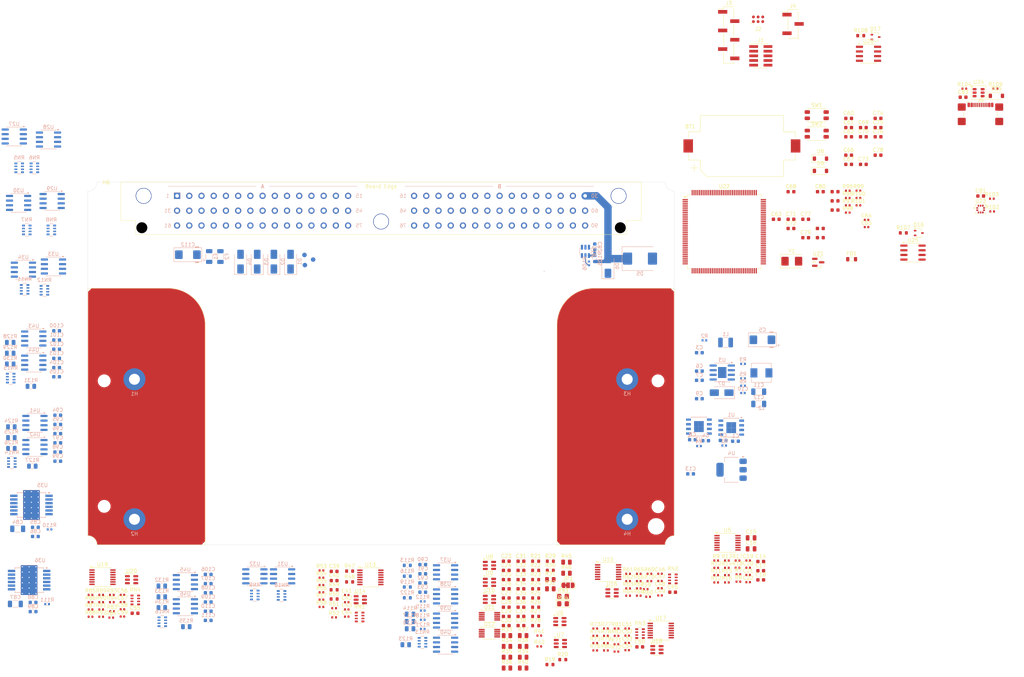
<source format=kicad_pcb>
(kicad_pcb (version 20241229) (generator "pcbnew") (generator_version "9.0")
  (layers (0 "F.Cu" signal) (4 "In1.Cu" power) (6 "In2.Cu" power) (2 "B.Cu" signal) (13 "F.Paste" user) (15 "B.Paste" user) (5 "F.SilkS" user "F.Silkscreen") (7 "B.SilkS" user "B.Silkscreen") (1 "F.Mask" user) (3 "B.Mask" user) (25 "Edge.Cuts" user))
  (net 0 "")
  (net 1 "GND")
  (net 2 "/5V_SENSOR_1")
  (net 3 "/5V_SENSOR_2")
  (net 4 "/ETB1+")
  (net 5 "/ETB1-")
  (net 6 "/ETB2+")
  (net 7 "/ETB2-")
  (net 8 "/12V_RAW")
  (net 9 "/AV4")
  (net 10 "/AV3")
  (net 11 "/AV1")
  (net 12 "/AV2")
  (net 13 "/AV8")
  (net 14 "/AV6")
  (net 15 "/connector/A4")
  (net 16 "/AV5")
  (net 17 "/AV10")
  (net 18 "/AV11")
  (net 19 "/AV9")
  (net 20 "/AT4")
  (net 21 "/AT2")
  (net 22 "/AT3")
  (net 23 "/AT1")
  (net 24 "/HS4")
  (net 25 "/HS2")
  (net 26 "/HS3")
  (net 27 "/HS1")
  (net 28 "/LS1")
  (net 29 "/LS2")
  (net 30 "/LS3")
  (net 31 "/LS4")
  (net 32 "/LS5")
  (net 33 "/LS6")
  (net 34 "/LS7")
  (net 35 "/LS8")
  (net 36 "/LS9")
  (net 37 "/LS10")
  (net 38 "/LS11")
  (net 39 "/LS12")
  (net 40 "/LS13")
  (net 41 "/LS14")
  (net 42 "/connector/B18")
  (net 43 "/LS16")
  (net 44 "/CAN+")
  (net 45 "/CAN-")
  (net 46 "/IGN1")
  (net 47 "/IGN2")
  (net 48 "/IGN3")
  (net 49 "/IGN4")
  (net 50 "/IGN5")
  (net 51 "/IGN6")
  (net 52 "/IGN7")
  (net 53 "/IGN8")
  (net 54 "/IGN9")
  (net 55 "/IGN10")
  (net 56 "/IGN11")
  (net 57 "/IGN12")
  (net 58 "/DIGITAL_5")
  (net 59 "/DIGITAL_6")
  (net 60 "/DIGITAL_1")
  (net 61 "/DIGITAL_2")
  (net 62 "/DIGITAL_3")
  (net 63 "/DIGITAL_4")
  (net 64 "/VR1-")
  (net 65 "/VR2-")
  (net 66 "/VR1+")
  (net 67 "/VR2+")
  (net 68 "/KNOCK_1")
  (net 69 "/KNOCK_2")
  (net 70 "/CAN2+")
  (net 71 "/CAN2-")
  (net 72 "/12V_MR")
  (net 73 "Net-(BT1-+)")
  (net 74 "/12v_PROT")
  (net 75 "Net-(C3-Pad1)")
  (net 76 "+5V")
  (net 77 "+3V3")
  (net 78 "/knock/V_mid")
  (net 79 "Net-(C15-Pad1)")
  (net 80 "Net-(C16-Pad1)")
  (net 81 "Net-(C17-Pad2)")
  (net 82 "Net-(C18-Pad2)")
  (net 83 "/knock/FILTERED_1")
  (net 84 "Net-(C19-Pad1)")
  (net 85 "/knock/FILTERED_2")
  (net 86 "Net-(C20-Pad1)")
  (net 87 "Net-(RN1-R1.2)")
  (net 88 "Net-(RN1-R2.2)")
  (net 89 "Net-(RN1-R3.2)")
  (net 90 "Net-(RN1-R4.2)")
  (net 91 "Net-(RN2-R1.2)")
  (net 92 "Net-(RN2-R2.2)")
  (net 93 "Net-(RN2-R3.2)")
  (net 94 "Net-(RN2-R4.2)")
  (net 95 "Net-(RN3-R1.2)")
  (net 96 "Net-(RN3-R2.2)")
  (net 97 "Net-(RN3-R3.2)")
  (net 98 "Net-(RN3-R4.2)")
  (net 99 "Net-(RN4-R1.2)")
  (net 100 "Net-(RN4-R2.2)")
  (net 101 "Net-(RN4-R3.2)")
  (net 102 "Net-(RN4-R4.2)")
  (net 103 "/mcu/nRESET")
  (net 104 "Net-(D10-K)")
  (net 105 "/mcu/12V_DIVIDED")
  (net 106 "Net-(D12-K)")
  (net 107 "/mcu/LED1")
  (net 108 "Net-(D13-K)")
  (net 109 "/mcu/LED2")
  (net 110 "Net-(D14-K)")
  (net 111 "/mcu/LED3")
  (net 112 "/mcu/LED4")
  (net 119 "/mcu/SWCLK")
  (net 120 "/mcu/SWDIO")
  (net 123 "/mcu/AUX_SPI_MISO")
  (net 124 "/mcu/AUX_SPI_CS")
  (net 125 "/mcu/AUX_SPI_SCK")
  (net 126 "/mcu/AUX_SPI_MOSI")
  (net 127 "/mcu/UART_TX")
  (net 128 "/mcu/UART_RX")
  (net 133 "Net-(JP1-C)")
  (net 134 "/mcu/5V_SENSOR_1_PG")
  (net 135 "/mcu/5V_SENSOR_2_PG")
  (net 136 "Net-(R33-Pad1)")
  (net 137 "Net-(R34-Pad1)")
  (net 138 "/mcu/VR_1")
  (net 139 "/mcu/VR_2")
  (net 140 "/mcu/AT1")
  (net 141 "Net-(U15A--)")
  (net 142 "/mcu/AT2")
  (net 143 "Net-(U15B--)")
  (net 144 "Net-(U15C--)")
  (net 145 "/mcu/AT3")
  (net 146 "Net-(U15D--)")
  (net 147 "/mcu/AT4")
  (net 148 "/mcu/AV1")
  (net 149 "Net-(U17A--)")
  (net 150 "/mcu/AV2")
  (net 151 "Net-(U17B--)")
  (net 152 "/mcu/AV3")
  (net 153 "Net-(U17C--)")
  (net 154 "Net-(U17D--)")
  (net 155 "/mcu/AV4")
  (net 156 "Net-(U19A--)")
  (net 157 "/mcu/AV5")
  (net 158 "/mcu/AV6")
  (net 159 "Net-(U19B--)")
  (net 160 "/mcu/AV7")
  (net 161 "Net-(U19C--)")
  (net 162 "Net-(U19D--)")
  (net 163 "/mcu/AV8")
  (net 164 "/quad_analog3/IN4")
  (net 165 "/mcu/AV9")
  (net 166 "/mcu/AV10")
  (net 167 "/mcu/AV11")
  (net 168 "/quad_analog3/OUT4")
  (net 169 "/mcu/BARO_SDA")
  (net 170 "/mcu/BARO_SCL")
  (net 171 "/mcu/BOOT0")
  (net 172 "/etb-1/DIS")
  (net 173 "/etb-2/DIS")
  (net 174 "Net-(U37-ST)")
  (net 175 "Net-(U37-GND)")
  (net 176 "Net-(U38-ST)")
  (net 177 "Net-(U38-GND)")
  (net 178 "Net-(U39-ST)")
  (net 179 "Net-(U39-GND)")
  (net 180 "Net-(U40-ST)")
  (net 181 "Net-(U40-GND)")
  (net 182 "Net-(U41-OUTA)")
  (net 183 "Net-(U41-OUTB)")
  (net 184 "Net-(U42-OUTA)")
  (net 185 "Net-(U42-OUTB)")
  (net 186 "Net-(U43-OUTA)")
  (net 187 "Net-(U43-OUTB)")
  (net 188 "Net-(U44-OUTA)")
  (net 189 "Net-(U44-OUTB)")
  (net 190 "Net-(U45-OUTA)")
  (net 191 "Net-(U45-OUTB)")
  (net 192 "Net-(U46-OUTA)")
  (net 193 "Net-(U46-OUTB)")
  (net 194 "/lowside_quad1/IN4")
  (net 195 "/lowside_quad1/IN1")
  (net 196 "/lowside_quad1/IN3")
  (net 197 "/lowside_quad1/IN2")
  (net 198 "Net-(RN6-R2.2)")
  (net 199 "Net-(RN6-R3.2)")
  (net 200 "Net-(RN6-R4.2)")
  (net 201 "Net-(RN6-R1.2)")
  (net 202 "/lowside_quad2/IN2")
  (net 203 "/lowside_quad2/IN4")
  (net 204 "/lowside_quad2/IN1")
  (net 205 "/lowside_quad2/IN3")
  (net 206 "Net-(RN8-R4.2)")
  (net 207 "Net-(RN8-R2.2)")
  (net 208 "Net-(RN8-R1.2)")
  (net 209 "Net-(RN8-R3.2)")
  (net 210 "/lowside_quad3/IN1")
  (net 211 "/lowside_quad3/IN2")
  (net 212 "/lowside_quad3/IN3")
  (net 213 "/lowside_quad3/IN4")
  (net 214 "Net-(RN10-R2.2)")
  (net 215 "Net-(RN10-R1.2)")
  (net 216 "Net-(RN10-R4.2)")
  (net 217 "Net-(RN10-R3.2)")
  (net 218 "/lowside_quad4/IN4")
  (net 219 "/lowside_quad4/IN1")
  (net 220 "/lowside_quad4/IN3")
  (net 221 "/lowside_quad4/IN2")
  (net 222 "Net-(RN12-R1.2)")
  (net 223 "Net-(RN12-R4.2)")
  (net 224 "Net-(RN12-R3.2)")
  (net 225 "Net-(RN12-R2.2)")
  (net 226 "/highside_quad/IN2")
  (net 227 "/highside_quad/IN3")
  (net 228 "/highside_quad/IN1")
  (net 229 "Net-(RN13-R4.2)")
  (net 230 "Net-(RN13-R1.2)")
  (net 231 "Net-(RN13-R2.2)")
  (net 232 "/highside_quad/IN4")
  (net 233 "Net-(RN13-R3.2)")
  (net 234 "/ign1/IN3")
  (net 235 "/ign1/IN2")
  (net 236 "/ign1/IN1")
  (net 237 "/ign1/IN4")
  (net 238 "/ign2/IN4")
  (net 239 "/ign2/IN2")
  (net 240 "/ign2/IN1")
  (net 241 "/ign2/IN3")
  (net 242 "/ign3/IN3")
  (net 243 "/ign3/IN2")
  (net 244 "/ign3/IN1")
  (net 245 "/ign3/IN4")
  (net 248 "/mcu/CAN_TX")
  (net 249 "/mcu/CAN_RX")
  (net 250 "/mcu/CAN2_TX")
  (net 251 "/mcu/CAN2_RX")
  (net 252 "/mcu/DIGITAL5")
  (net 253 "/mcu/DIGITAL1")
  (net 254 "/mcu/DIGITAL6")
  (net 255 "/mcu/DIGITAL4")
  (net 256 "/mcu/DIGITAL2")
  (net 257 "/mcu/DIGITAL3")
  (net 259 "/etb-1/PWM")
  (net 260 "/etb-1/DIR")
  (net 261 "/etb-2/PWM")
  (net 262 "/etb-2/DIR")
  (net 301 "Net-(J5-CC1)")
  (net 302 "Net-(D8-K)")
  (net 303 "/psu/12v_PROT_C")
  (net 304 "Net-(U3-SS)")
  (net 305 "Net-(D7-K)")
  (net 306 "Net-(U3-BOOT)")
  (net 307 "Net-(U3-FB)")
  (net 308 "Net-(U5B-+)")
  (net 309 "Net-(U5C-+)")
  (net 310 "Net-(U8-IO2)")
  (net 311 "Net-(U8-IO1)")
  (net 312 "Net-(U9-IO1)")
  (net 313 "Net-(U9-IO2)")
  (net 314 "Net-(U8-IO3)")
  (net 315 "Net-(U8-IO4)")
  (net 316 "Net-(U11-IN-)")
  (net 317 "Net-(U11-IN+)")
  (net 318 "Net-(U12-IN+)")
  (net 319 "Net-(U12-IN-)")
  (net 320 "Net-(U11-BIAS)")
  (net 321 "Net-(U21-OUT)")
  (net 322 "Net-(U22-PH0)")
  (net 323 "Net-(U22-PH1)")
  (net 324 "Net-(U22-VCAP_1)")
  (net 325 "Net-(U22-VCAP_2)")
  (net 326 "Net-(J5-SHIELD)")
  (net 327 "Net-(D11-K)")
  (net 328 "Net-(D15-A)")
  (net 329 "/mcu/USB_D-")
  (net 330 "/mcu/USB_D+")
  (net 331 "Net-(U3-RT)")
  (net 332 "Net-(U5A--)")
  (net 333 "Net-(U5D--)")
  (net 334 "Net-(R11-Pad1)")
  (net 335 "Net-(R12-Pad1)")
  (net 336 "Net-(R31-Pad1)")
  (net 337 "Net-(R32-Pad1)")
  (net 338 "Net-(U11-EXT)")
  (net 339 "Net-(U13A--)")
  (net 340 "Net-(U13B--)")
  (net 341 "Net-(U13C--)")
  (net 342 "Net-(U13D--)")
  (net 373 "/connector/B85")
  (footprint "Capacitor_SMD:C_0603_1608Metric" (layer "F.Cu") (at 247.575 25.147804)
    (property "Reference" "C61")
    (property "Value" "100n")
  )
  (footprint "MountingHole:MountingHole_3mm" (layer "F.Cu") (at 44.45 94.25)
    (property "Reference" "H7" (hide yes))
    (property "Value" "MountingHole")
  )
  (footprint "Resistor_SMD:R_0402_1005Metric" (layer "F.Cu") (at 217.255 145.275)
    (property "Reference" "R18")
    (property "Value" "33k")
  )
  (footprint "Resistor_SMD:R_0603_1608Metric" (layer "F.Cu") (at 166.179718 143.465)
    (property "Reference" "R29")
    (property "Value" "2.7k")
  )
  (footprint "Resistor_SMD:R_0402_1005Metric" (layer "F.Cu") (at 214.345 143.285)
    (property "Reference" "R13")
    (property "Value" "12k")
  )
  (footprint "Resistor_SMD:R_0603_1608Metric" (layer "F.Cu") (at 166.069718 171.665)
    (property "Reference" "R19")
    (property "Value" "2.7k")
  )
  (footprint "Resistor_SMD:R_0603_1608Metric" (layer "F.Cu") (at 107.185 153.775)
    (property "Reference" "R50")
    (property "Value" "2.7k")
  )
  (footprint "Capacitor_SMD:C_0603_1608Metric" (layer "F.Cu") (at 199.543838 151.915)
    (property "Reference" "C45")
    (property "Value" "100n")
  )
  (footprint "Resistor_SMD:R_Array_Convex_4x0603" (layer "F.Cu") (at 114.135 158.695)
    (property "Reference" "RN1")
    (property "Value" "10k")
  )
  (footprint "Capacitor_SMD:C_0603_1608Metric" (layer "F.Cu") (at 223.585 148.565)
    (property "Reference" "C18")
    (property "Value" "680p")
  )
  (footprint "Resistor_SMD:R_0402_1005Metric" (layer "F.Cu") (at 40.715 154.645)
    (property "Reference" "R86")
    (property "Value" "470k")
  )
  (footprint "Diode_SMD:D_SOD-123" (layer "F.Cu") (at 287.89 16.495)
    (property "Reference" "D15")
    (property "Value" "schottky")
  )
  (footprint "Resistor_SMD:R_0402_1005Metric" (layer "F.Cu") (at 187.393838 146.905)
    (property "Reference" "R61")
    (property "Value" "470k")
  )
  (footprint "Resistor_SMD:R_0402_1005Metric" (layer "F.Cu") (at 178.43 167.805)
    (property "Reference" "R76")
    (property "Value" "5.6k")
  )
  (footprint "Resistor_SMD:R_0402_1005Metric" (layer "F.Cu") (at 286.735 48.025)
    (property "Reference" "R102")
    (property "Value" "1k")
  )
  (footprint "Package_TO_SOT_SMD:SOT-23" (layer "F.Cu") (at 239.275 61.907804)
    (property "Reference" "U21")
    (property "Value" "REF3333")
  )
  (footprint "Capacitor_SMD:C_0603_1608Metric" (layer "F.Cu") (at 158.159718 158.525)
    (property "Reference" "C37")
    (property "Value" "1u")
  )
  (footprint "Capacitor_SMD:C_0603_1608Metric" (layer "F.Cu") (at 283.605 43.825)
    (property "Reference" "C81")
    (property "Value" "100n")
  )
  (footprint "Resistor_SMD:R_0402_1005Metric" (layer "F.Cu") (at 184.25 161.835)
    (property "Reference" "R81")
    (property "Value" "10k")
  )
  (footprint "Resistor_SMD:R_0402_1005Metric" (layer "F.Cu") (at 250.235 46.357804)
    (property "Reference" "R101")
    (property "Value" "330")
  )
  (footprint "Resistor_SMD:R_0603_1608Metric" (layer "F.Cu") (at 162.169718 148.485)
    (property "Reference" "R23")
    (property "Value" "2.7k")
  )
  (footprint "Capacitor_SMD:C_0402_1005Metric" (layer "F.Cu") (at 110.625 152.685)
    (property "Reference" "C41")
    (property "Value" "100n")
  )
  (footprint "Capacitor_SMD:C_0603_1608Metric" (layer "F.Cu") (at 223.585 143.545)
    (property "Reference" "C14")
    (property "Value" "10n")
  )
  (footprint "Capacitor_SMD:C_0805_2012Metric" (layer "F.Cu") (at 220.955 137.085)
    (property "Reference" "C15")
    (property "Value" "3.3n")
  )
  (footprint "Resistor_SMD:R_Array_Convex_4x0603" (layer "F.Cu") (at 190.65 163.215)
    (property "Reference" "RN3")
    (property "Value" "10k")
  )
  (footprint "Resistor_SMD:R_0402_1005Metric" (layer "F.Cu") (at 214.345 145.275)
    (property "Reference" "R14")
    (property "Value" "12k")
  )
  (footprint "Capacitor_SMD:C_0603_1608Metric" (layer "F.Cu") (at 190.58 166.845)
    (property "Reference" "C50")
    (property "Value" "100n")
  )
  (footprint "Capacitor_SMD:C_0402_1005Metric" (layer "F.Cu") (at 187.14 163.795)
    (property "Reference" "C52")
    (property "Value" "100n")
  )
  (footprint "Capacitor_SMD:C_0603_1608Metric" (layer "F.Cu") (at 154.149718 153.505)
    (property "Reference" "C27")
    (property "Value" "1n")
  )
  (footprint "Capacitor_SMD:C_0603_1608Metric" (layer "F.Cu") (at 154.149718 143.465)
    (property "Reference" "C23")
    (property "Value" "1n")
  )
  (footprint "Resistor_SMD:R_0402_1005Metric" (layer "F.Cu") (at 190.303838 152.875)
    (property "Reference" "R68")
    (property "Value" "10k")
  )
  (footprint "Resistor_SMD:R_0603_1608Metric" (layer "F.Cu") (at 166.179718 145.975)
    (property "Reference" "R30")
    (property "Value" "2.7k")
  )
  (footprint "Crystal:Crystal_SMD_5032-2Pin_5.0x3.2mm" (layer "F.Cu") (at 232.06 61.607804)
    (property "Reference" "Y1")
    (property "Value" "8MHz")
  )
  (footprint "Resistor_SMD:R_0402_1005Metric" (layer "F.Cu") (at 193.213838 148.895)
    (property "Reference" "R70")
    (property "Value" "10k")
  )
  (footprint "Capacitor_SMD:C_0603_1608Metric" (layer "F.Cu") (at 154.149718 150.995)
    (property "Reference" "C26")
    (property "Value" "1n")
  )
  (footprint "Capacitor_SMD:C_0402_1005Metric" (layer "F.Cu") (at 187.14 165.765)
    (property "Reference" "C53")
    (property "Value" "100n")
  )
  (footprint "Resistor_SMD:R_0603_1608Metric" (layer "F.Cu") (at 162.169718 143.465)
    (property "Reference" "R21")
    (property "Value" "2.7k")
  )
  (footprint "Resistor_SMD:R_0805_2012Metric" (layer "F.Cu") (at 154.349718 163.765)
    (property "Reference" "R33")
    (property "Value" "4.7k")
  )
  (footprint "Resistor_SMD:R_0402_1005Metric" (layer "F.Cu") (at 103.725 149.965)
    (property "Reference" "R55")
    (property "Value" "10k")
  )
  (footprint "Capacitor_SMD:C_0603_1608Metric" (layer "F.Cu") (at 247.575 32.677804)
    (property "Reference" "C66")
    (property "Value" "4.7u")
  )
  (footprint "Capacitor_SMD:C_0603_1608Metric" (layer "F.Cu") (at 255.595 25.147804)
    (property "Reference" "C75")
    (property "Value" "4.7u")
  )
  (footprint "Capacitor_SMD:C_0603_1608Metric" (layer "F.Cu") (at 255.595 22.637804)
    (property "Reference" "C74")
    (property "Value" "100n")
  )
  (footprint "Capacitor_SMD:C_0402_1005Metric" (layer "F.Cu") (at 49.425 152.645)
    (property "Reference" "C56")
    (property "Value" "100n")
  )
  (footprint "Capacitor_SMD:C_0603_1608Metric" (layer "F.Cu") (at 223.585 146.055)
    (property "Reference" "C17")
    (property "Value" "680p")
  )
  (footprint "Resistor_SMD:R_0805_2012Metric" (layer "F.Cu") (at 154.349718 169.665)
    (property "Reference" "R35")
    (property "Value" "4.7k")
  )
  (footprint "Package_TO_SOT_SMD:SOT-23-6" (layer "F.Cu") (at 114.325 153.975)
    (property "Reference" "U14")
    (property "Value" "SRV05-4")
  )
  (footprint "PCM_SparkFun-LED:LED_0603_1608Metric_Green" (layer "F.Cu") (at 239.855 52.677804)
    (property "Reference" "D10")
    (property "Value" "GREEN")
  )
  (footprint "Resistor_SMD:R_0402_1005Metric" (layer "F.Cu") (at 43.625 156.635)
    (property "Reference" "R91")
    (property "Value" "10k")
  )
  (footprint "Capacitor_SMD:C_0402_1005Metric" (layer "F.Cu") (at 49.425 156.585)
    (property "Reference" "C58")
    (property "Value" "100n")
  )
  (footprint "Battery:BatteryHolder_Keystone_1060_1x2032" (layer "F.Cu") (at 218.445 30.158271)
    (property "Reference" "BT1")
    (property "Value" "Battery_Cell")
  )
  (footprint "MountingHole:MountingHole_4mm" (layer "F.Cu") (at 195.04 133.96)
    (property "Reference" "H5")
    (property "Value" "MountingHole")
  )
  (footprint "Resistor_SMD:R_0402_1005Metric" (layer "F.Cu") (at 214.345 147.265)
    (property "Reference" "R15")
    (property "Value" "100k")
  )
  (footprint "Diode_SMD:D_SOD-123" (layer "F.Cu") (at 239.89 36.967804)
    (property "Reference" "D9")
    (property "Value" "schottky")
  )
  (footprint "Resistor_SMD:R_0402_1005Metric" (layer "F.Cu") (at 217.255 143.285)
    (property "Reference" "R17")
    (property "Value" "33k")
  )
  (footprint "Resistor_SMD:R_0402_1005Metric" (layer "F.Cu") (at 217.49 147.06)
    (property "Reference" "R7")
    (property "Value" "33k")
  )
  (footprint "Resistor_SMD:R_0402_1005Metric" (layer "F.Cu") (at 103.725 145.985)
    (property "Reference" "R53")
    (property "Value" "5.6k")
  )
  (footprint "Package_SO:TSSOP-14_4.4x5mm_P0.65mm" (layer "F.Cu") (at 181.943838 146.43)
    (property "Reference" "U15")
    (property "Value" "MCP6004")
  )
  (footprint "Capacitor_SMD:C_0402_1005Metric" (layer "F.Cu") (at 252.455 50.327804)
    (property "Reference" "C64")
    (property "Value" "33p")
  )
  (footprint "Resistor_SMD:R_0402_1005Metric" (layer "F.Cu") (at 40.715 152.655)
    (property "Reference" "R85")
    (property "Value" "470k")
  )
  (footprint "Resistor_SMD:R_0603_1608Metric" (layer "F.Cu") (at 162.169718 145.975)
    (property "Reference" "R22")
    (property "Value" "2.7k")
  )
  (footprint "Connector_PinHeader_1.27mm:PinHeader_2x05_P1.27mm_Vertical_SMD" (layer "F.Cu") (at 223.605 5.576435)
    (property "Reference" "J1")
    (property "Value" "Conn_02x05_Odd_Even")
  )
  (footprint "Resistor_SMD:R_0402_1005Metric" (layer "F.Cu") (at 103.725 147.975)
    (property "Reference" "R54")
    (property "Value" "5.6k")
  )
  (footprint "PCM_SparkFun-LED:LED_0603_1608Metric_Blue" (layer "F.Cu") (at 243.865 42.637804)
    (property "Reference" "D12")
    (property "Value" "BLUE")
  )
  (footprint "Diode_SMD:D_SOD-123" (layer "F.Cu") (at 239.89 33.617804)
    (property "Reference" "D8")
    (property "Value" "schottky")
  )
  (footprint "Resistor_SMD:R_0603_1608Metric" (layer "F.Cu") (at 162.169718 156.015)
    (property "Reference" "R26")
    (property "Value" "2.7k")
  )
  (footprint "Resistor_SMD:R_0402_1005Metric" (layer "F.Cu") (at 250.235 44.367804)
    (property "Reference" "R100")
    (property "Value" "330")
  )
  (footprint "Package_TO_SOT_SMD:SOT-23-6" (layer "F.Cu") (at 183.013838 152.1)
    (property "Reference" "U16")
    (property "Value" "SRV05-4")
  )
  (footprint "Package_SO:SOIC-8_3.9x4.9mm_P1.27mm" (layer "F.Cu") (at 252.995 5.015)
    (property "Reference" "U26")
    (property "Value" "TJA1051T-3")
  )
  (footprint "Inductor_SMD:L_0805_2012Metric" (layer "F.Cu") (at 248.385 61.057804)
    (property "Reference" "FB1")
    (property "Value" "Ferrite_Bead")
  )
  (footprint "Resistor_SMD:R_0402_1005Metric" (layer "F.Cu") (at 46.625 157.13)
    (property "Reference" "R83")
    (property "Value" "470k")
  )
  (footprint "Capacitor_SMD:C_0603_1608Metric" (layer "F.Cu") (at 235.845 55.187804)
    (property "Reference" "C79")
    (property "Value" "100n")
  )
  (footprint "Capacitor_SMD:C_0603_1608Metric" (layer "F.Cu") (at 231.835 42.637804)
    (property "Reference" "C68")
    (property "Value" "2.2u")
  )
  (footprint "Capacitor_SMD:C_0603_1608Metric" (layer "F.Cu") (at 158.159718 143.465)
    (property "Reference" "C31")
    (property "Value" "1n")
  )
  (footprint "Resistor_SMD:R_0402_1005Metric" (layer "F.Cu") (at 178.43 165.815)
    (property "Reference" "R75")
    (property "Value" "5.6k")
  )
  (footprint "Capacitor_SMD:C_0402_1005Metric" (layer "F.Cu") (at 187.14 167.735)
    (property "Reference" "C54")
    (property "Value" "100n")
  )
  (footprint "Capacitor_SMD:C_0603_1608Metric" (layer "F.Cu") (at 158.159718 148.485)
    (property "Reference" "C33")
    (property "Value" "1n")
  )
  (footprint "Resistor_SMD:R_0402_1005Metric" (layer "F.Cu") (at 247.325 46.357804)
    (property "Reference" "R97")
    (property "Value" "330")
  )
  (footprint "Resistor_SMD:R_0805_2012Metric" (layer "F.Cu") (at 166.179718 150.995)
    (property "Reference" "R32")
    (property "Value" "4.7k")
  )
  (footprint "Capacitor_SMD:C_0402_1005Metric" (layer "F.Cu") (at 220.145 147.215)
    (property "Reference" "C21")
    (property "Value" "47p")
  )
  (footprint "Resistor_SMD:R_0603_1608Metric" (layer "F.Cu") (at 111.415 149.115)
    (property "Reference" "R48")
    (property "Value" "2.7k")
  )
  (footprint "Resistor_SMD:R_0603_1608Metric" (layer "F.Cu") (at 162.169718 150.995)
    (property "Reference" "R24")
    (property "Value" "2.7k")
  )
  (footprint "Resistor_SMD:R_0603_1608Metric" (layer "F.Cu") (at 250.865 0.065)
    (property "Reference" "R108")
    (property "Value" "120")
  )
  (footprint "Capacitor_SMD:C_0603_1608Metric" (layer "F.Cu") (at 158.159718 161.035)
    (property "Reference" "C38")
    (property "Value" "100n")
  )
  (footprint "Resistor_SMD:R_0402_1005Metric" (layer "F.Cu") (at 190.303838 148.895)
    (property "Reference" "R66")
    (property "Value" "5.6k")
  )
  (footprint "Package_TO_SOT_SMD:SOT-323_SC-70" (layer "F.Cu") (at 254.915 0.445)
    (property "Reference" "D17")
    (property "Value" "PESD1CAN-UX")
  )
  (footprint "Capacitor_SMD:C_0603_1608Metric" (layer "F.Cu") (at 107.185 146.245)
    (property "Reference" "C39")
    (property "Value" "100n")
  )
  (footprint "Capacitor_SMD:C_0603_1608Metric" (layer "F.Cu") (at 154.149718 156.015)
    (property "Reference" "C28")
    (property "Value" "1n")
  )
  (footprint "MountingHole:MountingHole_3mm" (layer "F.Cu") (at 44.45 128.5)
    (property "Reference" "H8" (hide yes))
    (property "Value" "MountingHole")
  )
  (footprint "Package_SO:TSSOP-14_4.4x5mm_P0.65mm" (layer "F.Cu") (at 196.31 162.39)
    (property "Reference" "U17")
    (property "Value" "MCP6004")
  )
  (footprint "Resistor_SMD:R_0402_1005Metric" (layer "F.Cu") (at 103.725 155.935)
    (property "Reference" "R58")
    (property "Value" "10k")
  )
  (footprint "Capacitor_SMD:C_0603_1608Metric" (layer "F.Cu") (at 154.149718 158.525)
    (property "Reference" "C29")
    (property "Value" "1n")
  )
  (footprint "Resistor_SMD:R_0402_1005Metric" (layer "F.Cu") (at 46.375 158.86)
    (property "Reference" "R84")
    (property "Value" "470k")
  )
  (footprint "Resistor_SMD:R_0805_2012Metric" (layer "F.Cu") (at 154.349718 172.615)
    (property "Reference" "R36")
    (property "Value" "4.7k")
  )
  (footprint "Connector:Tag-Connect_TC2030-IDC-NL_2x03_P1.27mm_Vertical" (layer "F.Cu") (at 222.865 -4.403565)
    (property "Reference" "J2")
    (property "Value" "Conn_01x06")
  )
  (footprint "Resistor_SMD:R_0402_1005Metric" (layer "F.Cu") (at 190.303838 150.885)
    (property "Reference" "R67")
    (property "Value" "10k")
  )
  (footprint "Capacitor_SMD:C_0603_1608Metric" (layer "F.Cu") (at 158.159718 150.995)
    (property "Reference" "C34")
    (property "Value" "1n")
  )
  (footprint "Resistor_SMD:R_0402_1005Metric" (layer "F.Cu") (at 184.21 166.135)
    (property "Reference" "R71")
    (property "Value" "470k")
  )
  (footprint "Resistor_SMD:R_0402_1005Metric" (layer "F.Cu") (at 211.435 149.255)
    (property "Reference" "R12")
    (property "Value" "470k")
  )
  (footprint "Button_Switch_SMD:SW_SPST_EVQP2_ShortPushTravel_H2.5mm" (layer "F.Cu") (at 238.865 21.765608)
    (property "Reference" "SW1")
    (property "Value" "SW_Push")
  )
  (footprint "Resistor_SMD:R_0402_1005Metric" (layer "F.Cu") (at 247.325 48.347804)
    (property "Reference" "R98")
    (property "Value" "330")
  )
  (footprint "Resistor_SMD:R_0603_1608Metric" (layer "F.Cu") (at 162.169718 158.525)
    (property "Reference" "R27")
    (property "Value" "2.7k")
  )
  (footprint "PCM_SparkFun-LED:LED_0603_1608Metric_Green" (layer "F.Cu") (at 243.865 45.147804)
    (property "Reference" "D13")
    (property "Value" "GREEN")
  )
  (footprint "PCM_Resistor_SMD_AKL:R_0805_2012Metric_Pad1.15x1.40mm_HandSolder" (layer "F.Cu") (at 169.639718 153.085)
    (property "Reference" "R43")
    (property "Value" "DNP")
  )
  (footprint "Package_TO_SOT_SMD:SOT-23-6" (layer "F.Cu") (at 168.919718 165.92)
    (property "Reference" "U7")
    (property "Value" "SN74LVC2G17C")
  )
  (footprint "Button_Switch_SMD:SW_SPST_EVQP2_ShortPushTravel_H2.5mm" (layer "F.Cu") (at 238.865 26.815608)
    (property "Reference" "SW2")
    (property "Value" "SW_Push")
  )
  (footprint "MountingHole:MountingHole_3mm" (layer "F.Cu") (at 195.55 128.6)
    (property "Reference" "H10" (hide yes))
    (property "Value" "MountingHole")
  )
  (footprint "MountingHole:MountingHole_3mm" (layer "F.Cu") (at 195.55 94.25)
    (property "Reference" "H9" (hide yes))
    (property "Value" "MountingHole")
  )
  (footprint "Resistor_SMD:R_0402_1005Metric" (layer "F.Cu") (at 107.185 156.285)
    (property "Reference" "R51")
    (property "Value" "5.6k")
  )
  (footprint "Capacitor_SMD:C_0402_1005Metric" (layer "F.Cu") (at 196.103838 146.895)
    (property "Reference" "C46")
    (property "Value" "100n")
  )
  (footprint "Resistor_SMD:R_0402_1005Metric" (layer "F.Cu") (at 40.715 158.625)
    (property "Reference" "R88")
    (property "Value" "5.6k")
  )
  (footprint "Resistor_SMD:R_0603_1608Metric" (layer "F.Cu") (at 262.495 53.888031)
    (property "Reference" "R107")
    (property "Value" "120")
  )
  (footprint "Capacitor_SMD:C_0603_1608Metric" (layer "F.Cu") (at 278.795 16.865)
    (property "Reference" "C83")
    (property "Value" "100n")
  )
  (footprint "Resistor_SMD:R_0805_2012Metric" (layer "F.Cu") (at 158.759718 166.715)
    (property "Reference" "R38")
    (property "Value" "4.7k")
  )
  (footprint "Resistor_SMD:R_0402_1005Metric" (layer "F.Cu") (at 40.715 156.635)
    (property "Reference" "R87")
    (property "Value" "5.6k")
  )
  (footprint "Capacitor_SMD:C_0603_1608Metric" (layer "F.Cu") (at 247.575 35.187804)
    (property "Reference" "C67")
    (property "Value" "4.7u")
  )
  (footprint "Resistor_SMD:R_0402_1005Metric" (layer "F.Cu") (at 190.303838 146.905)
    (property "Reference" "R65")
    (property "Value" "5.6k")
  )
  (footprint "Capacitor_SMD:C_0805_2012Metric" (layer "F.Cu") (at 220.955 140.095)
    (property "Reference" "C16")
    (property "Value" "3.3n")
  )
  (footprint "Capacitor_SMD:C_0402_1005Metric" (layer "F.Cu") (at 49.425 158.555)
    (property "Reference" "C59")
    (property "Value" "100n")
  )
  (footprint "Resistor_SMD:R_0805_2012Metric" (layer "F.Cu") (at 158.759718 169.665)
    (property "Reference" "R39")
    (property "Value" "DNP")
  )
  (footprint "Resistor_SMD:R_0402_1005Metric" (layer "F.Cu") (at 178.43 163.825)
    (property "Reference" "R74")
    (property "Value" "470k")
  )
  (footprint "Resistor_SMD:R_0603_1608Metric" (layer "F.Cu") (at 162.169718 161.035)
    (property "Reference" "R28")
    (property "Value" "2.7k")
  )
  (footprint "Capacitor_SMD:C_0603_1608Metric" (layer "F.Cu") (at 231.835 52.677804)
    (property "Reference" "C72")
    (property "Value" "100n")
  )
  (footprint "Package_TO_SOT_SMD:SOT-23-6" (layer "F.Cu") (at 149.569718 153.86)
    (property "Reference" "U10")
    (property "Value" "SN74LVC2G17C")
  )
  (footprint "Resistor_SMD:R_0402_1005Metric" (layer "F.Cu") (at 46.535 152.655)
    (property "Reference" "R93")
    (property "Value" "10k")
  )
  (footprint "Package_SO:TSSOP-14_4.4x5mm_P0.65mm" (layer "F.Cu") (at 43.975 147.82)
    (property "Reference" "U19")
    (property "Value" "MCP6004")
  )
  (footprint "Resistor_SMD:R_0402_1005Metric" (layer "F.Cu") (at 46.535 154.645)
    (property "Reference" "R94")
    (property "Value" "10k")
  )
  (footprint "Heatsink:Heatsink_Dual_70x31mm" (layer "F.Cu") (at 120 104)
    (property "Reference" "HS1" (hide yes))
    (property "Value" "Heatsink_Generic_Dual" (hide yes))
  )
  (footprint "Resistor_SMD:R_0402_1005Metric" (layer "F.Cu") (at 181.34 167.805)
    (property "Reference" "R80")
    (property "Value" "10k")
  )
  (footprint "Capacitor_SMD:C_0603_1608Metric" (layer "F.Cu") (at 255.595 27.657804)
    (property "Reference" "C76")
    (property "Value" "100n")
  )
  (footprint "Resistor_SMD:R_0402_1005Metric" (layer "F.Cu") (at 107.185 158.795)
    (property "Reference" "R52")
    (property "Value" "5.6k")
  )
  (footprint "Resistor_SMD:R_0402_1005Metric" (layer "F.Cu") (at 43.625 154.645)
    (property "Reference" "R90")
    (property "Value" "5.6k")
  )
  (footprint "Package_QFP:LQFP-144_20x20mm_P0.5mm" (layer "F.Cu") (at 213.645 53.557804)
    (property "Reference" "U22")
    (property "Value" "STM32F767ZITx")
  )
  (footprint "Connector_PinHeader_2.54mm:PinHeader_1x06_P2.54mm_Vertical_SMD_Pin1Left" (layer "F.Cu") (at 214.855 -0.083565)
    (property "Reference" "J3")
    (property "Value" "Conn_01x06")
  )
  (footprint "Resistor_SMD:R_0402_1005Metric" (layer "F.Cu") (at 250.235 42.377804)
    (property "Reference" "R99")
    (property "Value" "330")
  )
  (footprint "Connector_PinHeader_2.54mm:PinHeader_1x03_P2.54mm_Vertical_SMD_Pin1Left" (layer "F.Cu") (at 232.405 -3.13213)
    (property "Reference" "J4")
    (property "Value" "Conn_01x03")
  )
  (footprint "Capacitor_SMD:C_0402_1005Metric" (layer "F.Cu") (at 187.14 161.825)
    (property "Reference" "C51")
    (property "Value" "100n")
  )
  (footprint "Capacitor_SMD:C_0402_1005Metric" (layer "F.Cu") (at 196.103838 148.865)
    (property "Reference" "C47")
    (property "Value" "100n")
  )
  (footprint "Resistor_SMD:R_0402_1005Metric" (layer "F.Cu") (at 103.725 153.945)
    (property "Reference" "R57")
    (property "Value" "10k")
  )
  (footprint "Capacitor_SMD:C_0603_1608Metric" (layer "F.Cu") (at 239.855 42.637804)
    (property "Reference" "C80")
    (property "Value" "4.7u")
  )
  (footprint "Jumper:SolderJumper-3_P1.3mm_Bridged12_RoundedPad1.0x1.5mm" (layer "F.Cu") (at 171.009718 150.035)
    (property "Reference" "JP1")
    (property "Value" "Jumper_3_Bridged12")
  )
  (footprint "Capacitor_SMD:C_0603_1608Metric" (layer "F.Cu") (at 154.149718 145.975)
    (property "Reference" "C24")
    (property "Value" "1n")
  )
  (footprint "Capacitor_SMD:C_0603_1608Metric" (layer "F.Cu") (at 255.595 32.677804)
    (property "Reference" "C78")
    (property "Value" "4.7u")
  )
  (footprint "Resistor_SMD:R_0402_1005Metric" (layer "F.Cu") (at 43.625 158.625)
    (property "Reference" "R92")
    (property "Value" "10k")
  )
  (footprint "Capacitor_SMD:C_0402_1005Metric" (layer "F.Cu") (at 110.625 156.625)
    (property "Reference" "C43")
    (property "Value" "100n")
  )
  (footprint "Resistor_SMD:R_0805_2012Metric" (layer "F.Cu") (at 154.349718 166.715)
    (property "Reference" "R34")
    (property "Value" "4.7k")
  )
  (footprint "Package_TO_SOT_SMD:SOT-23-6" (layer "F.Cu") (at 149.569718 149.235)
    (property "Reference" "U9")
    (property "Value" "SRV05-4")
  )
  (footprint "Connector_USB:USB_C_Receptacle_GCT_USB4110" (layer "F.Cu") (at 283.545 22.655)
    (property "Reference" "J5")
    (property "Value" "USB_C_Receptacle_USB2.0_16P")
  )
  (footprint "Resistor_SMD:R_0603_1608Metric" (layer "F.Cu") (at 107.185 151.265)
    (property "Reference" "R49")
    (property "Value" "2.7k")
  )
  (footprint "Resistor_SMD:R_Array_Convex_4x0603" (layer "F.Cu") (at 199.613838 148.285)
    (property "Reference" "RN2")
    (property "Value" "10k")
  )
  (footprint "Resistor_SMD:R_0402_1005Metric" (layer "F.Cu") (at 247.325 42.377804)
    (property "Reference" "R95")
    (property "Value" "10k")
  )
  (footprint "Resistor_SMD:R_0402_1005Metric" (layer "F.Cu") (at 214.345 149.255)
    (property "Reference" "R16")
    (property "Value" "100k")
  )
  (footprint "Package_LGA:ST_HLGA-10_2.5x2.5mm_P0.6mm_LayoutBorder3x2y" (layer "F.Cu") (at 283.59 47.385)
    (property "Reference" "U23")
    (property "Value" "LPS25HB")
  )
  (footprint "Resistor_SMD:R_0402_1005Metric" (layer "F.Cu") (at 192.197676 151.1)
    (property "Reference" "R59")
    (property "Value" "470k")
  )
  (footprint "Resistor_SMD:R_0402_1005Metric" (layer "F.Cu") (at 184.25 163.825)
    (property "Reference" "R82")
    (property "Value" "10k")
  )
  (footprint "PCM_Resistor_SMD_AKL:R_0805_2012Metric_Pad1.15x1.40mm_HandSolder" (layer "F.Cu") (at 169.639718 155.075)
    (property "Reference" "R44")
    (property "Value" "DNP")
  )
  (footprint "Package_TO_SOT_SMD:SOT-23-6" (layer "F.Cu") (at 195.26 167.6)
    (property "Reference" "U18")
    (property "Value" "SRV05-4")
  )
  (footprint "Resistor_SMD:R_0402_1005Metric" (layer "F.Cu") (at 211.435 143.285)
    (property "Reference" "R9")
    (property "Value" "100k")
  )
  (footprint "Resistor_SMD:R_0402_1005Metric" (layer "F.Cu") (at 181.34 163.825)
    (property "Reference" "R78")
    (property "Value" "5.6k")
  )
  (footprint "Capacitor_SMD:C_0402_1005Metric" (layer "F.Cu") (at 110.625 158.595)
    (property "Reference" "C44")
    (property "Value" "100n")
  )
  (footprint "Capacitor_SMD:C_0402_1005Metric" (layer "F.Cu") (at 252.455 52.297804)
    (property "Reference" "C65")
    (property "Value" "33p")
  )
  (footprint "Package_TO_SOT_SMD:SOT-323_SC-70" (layer "F.Cu") (at 266.71 53.923031)
    (property "Reference" "D16")
    (property "Value" "PESD1CAN-UX")
  )
  (footprint "Resistor_SMD:R_0402_1005Metric" (layer "F.Cu") (at 211.435 147.265)
    (property "Reference" "R11")
    (property "Value" "470k")
  )
  (footprint "Resistor_SMD:R_0402_1005Metric" (layer "F.Cu") (at 184.21 168.125)
    (property "Reference" "R72")
    (property "Value" "470k")
  )
  (footprint "Resistor_SMD:R_0402_1005Metric" (layer "F.Cu") (at 103.725 151.955)
    (property "Reference" "R56")
    (property "Value" "10k")
  )
  (footprint "sicma:90pin_sealed_header" (layer "F.Cu") (at 120 47.825)
    (property "Reference" "J6" (hide yes))
    (property "Value" "Conn_01x90_3Row_Header" (hide yes))
  )
  (footprint "MountingHole:MountingHole_4mm" (layer "F.Cu") (at 44.96 45.04)
    (property "Reference" "H6")
    (property "Value" "MountingHole")
  )
  (footprint "Resistor_SMD:R_0402_1005Metric" (layer "F.Cu") (at 178.43 161.835)
    (property "Reference" "R73")
    (property "Value" "470k")
  )
  (footprint "PCM_SparkFun-LED:LED_0603_1608Metric_Orange" (layer "F.Cu") (at 243.865 47.657804)
    (property "Reference" "D14")
    (property "Value" "ORANGE")
  )
  (footprint "Resistor_SMD:R_0402_1005Metric" (layer "F.Cu") (at 187.393838 148.895)
    (property "Reference" "R62")
    (property "Value" "470k")
  )
  (footprint "Package_SO:MSOP-10_3x3mm_P0.5mm" (layer "F.Cu") (at 149.569718 163.11)
    (property "Reference" "U12")
    (property "Value" "MAX9924")
  )
  (footprint "Resistor_SMD:R_0603_1608Metric" (layer "F.Cu") (at 169.569718 170.31)
    (property "Reference" "R20")
    (property "Value" "2.7k")
  )
  (footprint "Resistor_SMD:R_0603_1608Metric" (layer "F.Cu") (at 162.169718 153.505)
    (property "Reference" "R25")
    (property "Value" "2.7k")
  )
  (footprint "Capacitor_SMD:C_0603_1608Metric" (layer "F.Cu") (at 251.585 27.657804)
    (property "Reference" "C70")
    (property "Value" "100n")
  )
  (footprint "Package_SO:MSOP-10_3x3mm_P0.5mm" (layer "F.Cu") (at 149.569718 158.485)
    (property "Reference" "U11")
    (property "Value" "MAX9924")
  )
  (footprint "Resistor_SMD:R_0805_2012Metric" (layer "F.Cu") (at 158.759718 163.765)
    (property "Reference" "R37")
    (property "Value" "4.7k")
  )
  (footprint "Capacitor_SMD:C_0402_1005Metric" (layer "F.Cu") (at 110.625 154.655)
    (property "Reference" "C42")
    (property "Value" "100n")
  )
  (footprint "Resistor_SMD:R_0805_2012Metric" (layer "F.Cu") (at 170.586218 146.7475)
    (property "Reference" "R46")
    (property "Value" "4.7k")
  )
  (footprint "Package_TO_SOT_SMD:SOT-23-6" (layer "F.Cu") (at 149.569718 144.61)
    (property "Reference" "U8")
    (property "Value" "SRV05-4")
  )
  (footprint "Capacitor_SMD:C_0603_1608Metric" (layer "F.Cu") (at 251.585 35.187804)
    (property "Reference" "C73")
    (property "Value" "100n")
  )
  (footprint "Resistor_SMD:R_0402_1005Metric" (layer "F.Cu") (at 163.169718 163.765)
    (property "Reference" "R41")
    (property "Value" "1k")
  )
  (footprint "Resistor_SMD:R_0402_1005Metric" (layer "F.Cu") (at 217.49 149.05)
    (property "Reference" "R8")
    (property "Value" "33k")
  )
  (footprint "Resistor_SMD:R_0402_1005Metric" (layer "F.Cu") (at 187.393838 150.885)
    (property "Reference" "R63")
    (property "Value" "5.6k")
  )
  (footprint "Resistor_SMD:R_0402_1005Metric" (layer "F.Cu") (at 181.34 161.835)
    (property "Reference" "R77")
    (property "Value" "5.6k")
  )
  (footprint "Package_SO:TSSOP-14_4.4x5mm_P0.65mm" (layer "F.Cu") (at 214.515 138.44)
    (property "Reference" "U5")
    (property "Value" "MCP6004")
  )
  (footprint "PCM_SparkFun-LED:LED_0603_1608Metric_Red" (layer "F.Cu") (at 239.855 55.187804)
    (property "Reference" "D11")
    (property "Value" "RED")
  )
  (footprint "Capacitor_SMD:C_0603_1608Metric" (layer "F.Cu") (at 158.159718 145.975)
    (property "Reference" "C32")
    (property "Value" "1n")
  )
  (footprint "Capacitor_SMD:C_0402_1005Metric" (layer "F.Cu") (at 220.145 149.185)
    (property "Reference" "C22")
    (property "Value" "47p")
  )
  (footprint "Capacitor_SMD:C_0402_1005Metric" (layer "F.Cu") (at 196.103838 150.835)
    (property "Reference" "C48")
    (property "Value" "100n")
  )
  (footprint "Capacitor_SMD:C_0603_1608Metric" (layer "F.Cu") (at 158.159718 153.505)
    (property "Reference" "C35")
    (property "Value" "1n")
  )
  (footprint "Resistor_SMD:R_Array_Convex_4x0603" (layer "F.Cu") (at 52.935 154.035)
    (property "Reference" "RN4")
    (property "Value" "10k")
  )
  (footprint "PCM_Package_TO_SOT_SMD_AKL:SOT-23-6" (layer "F.Cu") (at 283.03 15.62)
    (property "Reference" "U24")
    (property "Value" "USBLC6-2SC6" (hide yes))
  )
  (footprint "Capacitor_SMD:C_0603_1608Metric" (layer "F.Cu") (at 227.825 50.167804)
    (property "Reference" "C63")
    (property "Value" "100n")
  )
  (footprint "Resistor_SMD:R_0603_1608Metric" (layer "F.Cu") (at 111.415 146.165)
    (property "Reference" "R47")
    (property "Value" "2.7k")
  )
  (footprint "Package_TO_SOT_SMD:SOT-23-6" (layer "F.Cu") (at 168.779718 159.94)
    (property "Reference" "U6")
    (property "Value" "SN74LVC2G17C")
  )
  (footprint "Capacitor_SMD:C_0402_1005Metric" (layer "F.Cu") (at 220.145 143.275)
    (property "Reference" "C19")
    (property "Value" "330p")
  )
  (footprint "Capacitor_SMD:C_0603_1608Metric" (layer "F.Cu") (at 107.185 148.755)
    (property "Reference" "C40")
    (property "Value" "100n")
  )
  (footprint "Capacitor_SMD:C_0603_1608Metric" (layer "F.Cu") (at 235.845 50.167804)
    (property "Reference" "C77")
    (property "Value" "4.7u")
  )
  (footprint "Resistor_SMD:R_0805_2012Metric" (layer "F.Cu") (at 170.586218 143.7225)
    (property "Reference" "R45")
    (property "Value" "4.7k")
  )
  (footprint "Resistor_SMD:R_0402_1005Metric" (layer "F.Cu") (at 43.625 152.655)
    (property "Reference" "R89")
    (property "Value" "5.6k")
  )
  (footprint "Resistor_SMD:R_0402_1005Metric" (layer "F.Cu") (at 286.645 44.555)
    (property "Reference" "R103")
    (property "Value" "1k")
  )
  (footprint "Package_SO:TSSOP-14_4.4x5mm_P0.65mm" (layer "F.Cu") (at 117.075 147.87)
    (property "Reference" "U13")
    (property "Value" "MCP6004")
  )
  (footprint "Capacitor_SMD:C_0603_1608Metric" (layer "F.Cu") (at 154.149718 161.035)
    (property "Reference" "C30")
    (property "Value" "1n")
  )
  (footprint "Resistor_SMD:R_0805_2012Metric" (layer "F.Cu") (at 158.759718 172.615)
    (property "Reference" "R40")
    (property "Value" "DNP")
  )
  (footprint "Capacitor_SMD:C_0603_1608Metric" (layer "F.Cu") (at 52.865 157.665)
    (property "Reference" "C55")
    (property "Value" "100n")
  )
  (footprint "Capacitor_SMD:C_0402_1005Metric" (layer "F.Cu") (at 196.103838 152.805)
    (property "Reference" "C49")
    (property "Value" "100n")
  )
  (footprint "Capacitor_SMD:C_0603_1608Metric" (layer "F.Cu") (at 251.585 25.147804)
    (property "Reference" "C69")
    (property "Value" "100n")
  )
  (footprint "Resistor_SMD:R_0402_1005Metric" (layer "F.Cu") (at 247.325 44.367804)
    (property "Reference" "R96")
    (property "Value" "10k")
  )
  (footprint "Resistor_SMD:R_0402_1005Metric" (layer "F.Cu") (at 192.853838 153.165)
    (property "Reference" "R60")
    (property "Value" "470k")
  )
  (footprint "Capacitor_SMD:C_0603_1608Metric" (layer "F.Cu") (at 247.575 22.637804)
    (property "Reference" "C60")
    (property "Value" "100n")
  )
  (footprint "Package_SO:SOIC-8_3.9x4.9mm_P1.27mm" (layer "F.Cu") (at 265.125 59.263031)
    (property "Reference" "U25")
    (property "Value" "TJA1051T-3")
  )
  (footprint "Resistor_SMD:R_0402_1005Metric" (layer "F.Cu") (at 181.34 165.815)
    (property "Reference" "R79")
    (property "Value" "10k")
  )
  (footprint "Resistor_SMD:R_0402_1005Metric" (layer "F.Cu") (at 279.145 14.545)
    (property "Reference" "R104")
    (property "Value" "5.6k")
  )
  (footprint "Capacitor_SMD:C_0603_1608Metric" (layer "F.Cu") (at 231.835 50.167804)
    (property "Reference" "C71")
    (property "Value" "2.2u")
  )
  (footprint "Capacitor_SMD:C_0603_1608Metric" (layer "F.Cu") (at 154.149718 148.485)
    (property "Reference" "C25")
    (property "Value" "1n")
  )
  (footprint "Resistor_SMD:R_0805_2012Metric" (layer "F.Cu") (at 166.179718 148.485)
    (property "Reference" "R31")
    (property "Value" "4.7k")
  )
  (footprint "Resistor_SMD:R_0402_1005Metric" (layer "F.Cu") (at 287.645 14.525)
    (property "Reference" "R109")
    (property "Value" "100k")
  )
  (footprint "Package_TO_SOT_SMD:SOT-23-6" (layer "F.Cu") (at 51.925 148.51)
    (property "Reference" "U20")
    (property "Value" "SRV05-4")
  )
  (footprint "Resistor_SMD:R_0402_1005Metric" (layer "F.Cu") (at 193.213838 146.905)
    (property "Reference" "R69")
    (property "Value" "10k")
  )
  (footprint "Capacitor_SMD:C_0603_1608Metric" (layer "F.Cu") (at 247.575 27.657804)
    (property "Reference" "C62")
    (property "Value" "100n")
  )
  (footprint "Capacitor_SMD:C_0402_1005Metric" (layer "F.Cu") (at 49.425 154.615)
    (property "Reference" "C57")
    (property "Value" "100n")
  )
  (footprint "Resistor_SMD:R_0402_1005Metric" (layer "F.Cu") (at 211.435 145.275)
    (property "Reference" "R10")
    (property "Value" "100k")
  )
  (footprint "Resistor_SMD:R_0402_1005Metric" (layer "F.Cu") (at 163.169718 166.715)
    (property "Reference" "R42")
    (property "Value" "1k")
  )
  (footprint "Resistor_SMD:R_0402_1005Metric" (layer "F.Cu") (at 187.393838 152.875)
    (property "Reference" "R64")
    (property "Value" "5.6k")
  )
  (footprint "Capacitor_SMD:C_0603_1608Metric" (layer "F.Cu") (at 158.159718 156.015)
    (property "Reference" "C36")
    (property "Value" "1n")
  )
  (footprint "Capacitor_SMD:C_0402_1005Metric" (layer "F.Cu") (at 220.145 145.245)
    (property "Reference" "C20")
    (property "Value" "330p")
  )
  (footprint "Resistor_SMD:R_0603_1608Metric" (layer "B.Cu") (at 127.155 150.505 180)
    (property "Reference" "R119")
    (property "Value" "120")
  )
  (footprint "Capacitor_SMD:C_0603_1608Metric" (layer "B.Cu") (at 31.465 80.595 180)
    (property "Reference" "C100")
    (property "Value" "100n")
  )
  (footprint "Diode_SMD:D_SMA" (layer "B.Cu") (at 95.2985 61.73 90)
    (property "Reference" "D1")
    (property "Value" "D_Schottky")
  )
  (footprint "Package_SO:SOIC-8_3.9x4.9mm_P1.27mm" (layer "B.Cu") (at 66.600418 155.755 180)
    (property "Reference" "U46")
    (property "Value" "MIC4427")
  )
  (footprint "Resistor_SMD:R_0805_2012Metric" (layer "B.Cu") (at 18.805 89.665 180)
    (property "Reference" "R130")
    (property "Value" "100")
  )
  (footprint "Diode_SMD:D_SMA" (layer "B.Cu") (at 81.6485 61.73 90)
    (property "Reference" "D4")
    (property "Value" "D_Schottky")
  )
  (footprint "Resistor_SMD:R_0805_2012Metric" (layer "B.Cu") (at 66.843918 161.33 180)
    (property "Reference" "R135")
    (property "Value" "100")
  )
  (footprint "Capacitor_SMD:C_0603_1608Metric" (layer "B.Cu") (at 206.845 86.575 180)
    (property "Reference" "C3")
    (property "Value" "4.7u")
  )
  (footprint "Package_TO_SOT_SMD:SOT-223-3_TabPin2" (layer "B.Cu") (at 215.625 118.504064 180)
    (property "Reference" "U4")
    (property "Value" "AMS1117-3.3")
  )
  (footprint "Diode_SMD:D_SMA" (layer "B.Cu") (at 86.1985 61.73 90)
    (property "Reference" "D3")
    (property "Value" "D_Schottky")
  )
  (footprint "Resistor_SMD:R_0805_2012Metric" (layer "B.Cu") (at 24.838 117.535 180)
    (property "Reference" "R127")
    (property "Value" "100")
  )
  (footprint "Inductor_SMD:L_1210_3225Metric" (layer "B.Cu") (at 213.995 83.795 180)
    (property "Reference" "L1")
    (property "Value" "2.2u")
  )
  (footprint "Capacitor_SMD:C_0603_1608Metric" (layer "B.Cu") (at 31.465 85.615 180)
    (property "Reference" "C102")
    (property "Value" "10n")
  )
  (footprint "Resistor_SMD:R_0402_1005Metric" (layer "B.Cu") (at 206.74 112.045 180)
    (property "Reference" "R4")
    (property "Value" "10k")
  )
  (footprint "Capacitor_SMD:C_0603_1608Metric" (layer "B.Cu") (at 213.33 110.505 180)
    (property "Reference" "C2")
    (property "Value" "1u")
  )
  (footprint "Package_SO:SOIC-8_3.9x4.9mm_P1.27mm" (layer "B.Cu") (at 137.595 159.66 180)
    (property "Reference" "U39")
    (property "Value" "BTS4175SGA")
  )
  (footprint "Package_SO:SOIC-8_3.9x4.9mm_P1.27mm" (layer "B.Cu") (at 137.595 153.075 180)
    (property "Reference" "U38")
    (property "Value" "BTS4175SGA")
  )
  (footprint "Package_SO:SOIC-8_3.9x4.9mm_P1.27mm" (layer "B.Cu") (at 66.600418 149.17 180)
    (property "Reference" "U45")
    (property "Value" "MIC4427")
  )
  (footprint "Resistor_SMD:R_0402_1005Metric" (layer "B.Cu") (at 218.755 89.615 180)
    (property "Reference" "R3")
    (property "Value" "10k")
  )
  (footprint "Capacitor_SMD:C_0603_1608Metric" (layer "B.Cu") (at 31.465 93.145 180)
    (property "Reference" "C105")
    (property "Value" "10n")
  )
  (footprint "Capacitor_SMD:C_0603_1608Metric" (layer "B.Cu") (at 31.7765 111.155 180)
    (property "Reference" "C97")
    (property "Value" "10n")
  )
  (footprint "Package_SO:Infineon_PG-DSO-12-9_ThermalVias" (layer "B.Cu") (at 23.965 148.625 180)
    (property "Reference" "U36")
    (property "Value" "TLE9201SG")
  )
  (footprint "Resistor_SMD:R_0805_2012Metric" (layer "B.Cu") (at 126.725 166.25 180)
    (property "Reference" "R123")
    (property "Value" "4.7k")
  )
  (footprint "Resistor_SMD:R_Array_Convex_4x0603" (layer "B.Cu") (at 21.24603 36.131914 180)
    (property "Reference" "RN5")
    (property "Value" "1k")
  )
  (footprint "Resistor_SMD:R_0402_1005Metric" (layer "B.Cu") (at 218.755 95.585 180)
    (property "Reference" "R6")
    (property "Value" "68k")
  )
  (footprint "Resistor_SMD:R_0805_2012Metric" (layer "B.Cu") (at 127.905 157.915 180)
    (property "Reference" "R114")
    (property "Value" "4.7k")
  )
  (footprint "Resistor_SMD:R_Array_Convex_4x0603" (layer "B.Cu") (at 19.2465 116.545 180)
    (property "Reference" "RN14")
    (property "Value" "1k")
  )
  (footprint "Resistor_SMD:R_0603_1608Metric" (layer "B.Cu") (at 127.155 153.455 180)
    (property "Reference" "R122")
    (property "Value" "120")
  )
  (footprint "Resistor_SMD:R_0402_1005Metric" (layer "B.Cu") (at 213.62 111.9 180)
    (property "Reference" "R1")
    (property "Value" "10k")
  )
  (footprint "MountingHole:MountingHole_3mm_Pad" (layer "B.Cu") (at 187.155 132.025)
    (property "Reference" "H4")
    (property "Value" "MountingHole_Pad")
  )
  (footprint "Resistor_SMD:R_0805_2012Metric" (layer "B.Cu") (at 24.4465 95.745 180)
    (property "Reference" "R131")
    (property "Value" "100")
  )
  (footprint "Capacitor_SMD:C_0603_1608Metric" (layer "B.Cu") (at 206.845 94.105 180)
    (property "Reference" "C7")
    (property "Value" "10n")
  )
  (footprint "PCM_SparkFun-Connector:TestPoint-1.25mm" (layer "B.Cu") (at 99.09461 59.90611 180)
    (property "Reference" "TP1")
    (property "Value" "1.25mm")
  )
  (footprint "Package_SO:SOIC-8_3.9x4.9mm_P1.27mm" (layer "B.Cu") (at 19.905 27.5825 180)
    (property "Reference" "U27")
    (property "Value" "VNLD5160")
  )
  (footprint "Resistor_SMD:R_0805_2012Metric" (layer "B.Cu") (at 127.905 161.895 180)
    (property "Reference" "R120")
    (property "Value" "4.7k")
  )
  (footprint "Capacitor_SMD:C_0603_1608Metric" (layer "B.Cu") (at 31.7765 106.135 180)
    (property "Reference" "C95")
    (property "Value" "100n")
  )
  (footprint "Capacitor_SMD:C_0603_1608Metric" (layer "B.Cu") (at 72.830418 154.595 180)
    (property "Reference" "C109")
    (property "Value" "10n")
  )
  (footprint "Diode_SMD:D_SMA" (layer "B.Cu") (at 212.92 97.475 180)
    (property "Reference" "D7")
    (property "Value" "D_Schottky")
  )
  (footprint "Resistor_SMD:R_0805_2012Metric" (layer "B.Cu") (at 60.170418 156.135 180)
    (property "Reference" "R134")
    (property "Value" "100")
  )
  (footprint "PCM_SparkFun-Connector:TestPoint-1.25mm" (layer "B.Cu") (at 99.20461 62.66833 180)
    (property "Reference" "TP2")
    (property "Value" "1.25mm")
  )
  (footprint "Package_SO:SOIC-8_3.9x4.9mm_P1.27mm" (layer "B.Cu") (at 25.5465 112.315 180)
    (property "Reference" "U42")
    (property "Value" "MIC4427")
  )
  (footprint "Package_SO:SOIC-8-1EP_3.9x4.9mm_P1.27mm_EP2.29x3mm" (layer "B.Cu") (at 213.075 91.98 180)
    (property "Reference" "U3")
    (property "Value" "LMR14020")
  )
  (footprint "Package_SO:SOIC-8_3.9x4.9mm_P1.27mm" (layer "B.Cu") (at 30.25 45.185 180)
    (property "Reference" "U29")
    (property "Value" "VNLD5160")
  )
  (footprint "Capacitor_SMD:C_0603_1608Metric" (layer "B.Cu") (at 72.830418 149.575 180)
    (property "Reference" "C107")
    (property "Value" "100n")
  )
  (footprint "PCM_Capacitor_Tantalum_SMD_AKL:CP_EIA-6032-28_Kemet-C" (layer "B.Cu") (at 224.041 83.05 180)
    (property "Reference" "C5")
    (property "Value" "56u" (hide yes))
  )
  (footprint "Capacitor_SMD:C_0603_1608Metric" (layer "B.Cu") (at 72.830418 157.105 180)
    (property "Reference" "C110")
    (property "Value" "10n")
  )
  (footprint "Resistor_SMD:R_0805_2012Metric" (layer "B.Cu") (at 19.1165 109.745 180)
    (property "Reference" "R125")
    (property "Value" "100")
  )
  (footprint "Capacitor_SMD:C_0603_1608Metric" (layer "B.Cu") (at 31.7765 103.625 180)
    (property "Reference" "C94")
    (property "Value" "100n")
  )
  (footprint "Capacitor_SMD:C_0603_1608Metric" (layer "B.Cu") (at 131.365 144.385 180)
    (property "Reference" "C90")
    (property "Value" "10n")
  )
  (footprint "Capacitor_SMD:C_0603_1608Metric" (layer "B.Cu") (at 25.045 154.705 180)
    (property "Reference" "C88")
    (property "Value" "10n")
  )
  (footprint "Capacitor_SMD:C_0603_1608Metric" (layer "B.Cu") (at 131.365 151.915 180)
    (property "Reference" "C93")
    (property "Value" "10n")
  )
  (footprint "Resistor_SMD:R_Array_Convex_4x0603" (layer "B.Cu") (at 28.135 69.545 180)
    (property "Reference" "RN12")
    (property "Value" "1k")
  )
  (footprint "Package_SO:SOIC-8_3.9x4.9mm_P1.27mm" (layer "B.Cu") (at 93.128767 147.59 180)
    (property "Reference" "U31")
    (property "Value" "VNLD5160")
  )
  (footprint "Resistor_SMD:R_0402_1005Metric" (layer "B.Cu") (at 218.755 93.595 180)
    (property "Reference" "R5")
    (property "Value" "12k")
  )
  (footprint "Diode_SMD:D_SMA" (layer "B.Cu") (at 90.7485 61.73 90)
    (property "Reference" "D2")
    (property "Value" "D_Schottky")
  )
  (footprint "PCM_SparkFun-Connector:TestPoint-1.25mm" (layer "B.Cu") (at 101.45461 61.16055 180)
    (property "Reference" "TP3")
    (property "Value" "1.25mm")
  )
  (footprint "Resistor_SMD:R_0805_2012Metric" (layer "B.Cu") (at 19.1165 112.695 180)
    (property "Reference" "R126")
    (property "Value" "100")
  )
  (footprint "Resistor_SMD:R_0603_1608Metric" (layer "B.Cu") (at 127.155 147.555 180)
    (property "Reference" "R116")
    (property "Value" "120")
  )
  (footprint "Capacitor_SMD:C_0402_1005Metric" (layer "B.Cu") (at 218.735 97.565 180)
    (property "Reference" "C10")
    (property "Value" "330p")
  )
  (footprint "Capacitor_SMD:C_0603_1608Metric" (layer "B.Cu") (at 206.845 91.595 180)
    (property "Reference" "C6")
    (property "Value" "1u")
  )
  (footprint "Package_SO:SOIC-8_3.9x4.9mm_P1.27mm" (layer "B.Cu") (at 30.605 63.05 180)
    (property "Reference" "U33")
    (property "Value" "VNLD5160")
  )
  (footprint "Capacitor_SMD:C_0603_1608Metric" (layer "B.Cu") (at 206.845 99.125 180)
    (property "Reference" "C9")
    (property "Value" "100n")
  )
  (footprint "Resistor_SMD:R_Array_Convex_4x0603" (layer "B.Cu") (at 30.03 53.076083 180)
    (property "Reference" "RN8")
    (property "Value" "1k")
  )
  (footprint "Capacitor_SMD:C_0603_1608Metric" (layer "B.Cu") (at 31.7765 113.665 180)
    (property "Reference" "C98")
    (property "Value" "10n")
  )
  (footprint "Capacitor_SMD:C_0603_1608Metric" (layer "B.Cu") (at 208.56 110.585 180)
    (property "Reference" "C4")
    (property "Value" "1u")
  )
  (footprint "Resistor_SMD:R_0402_1005Metric" (layer "B.Cu") (at 29.535 134.795 180)
    (property "Reference" "R110")
    (property "Value" "10k")
  )
  (footprint "Package_SO:Infineon_PG-DSO-8-43" (layer "B.Cu") (at 215.5325 107.02 180)
    (property "Reference" "U1")
    (property "Value" "TLS115")
  )
  (footprint "Capacitor_SMD:C_0603_1608Metric" (layer "B.Cu") (at 31.7765 108.645 180)
    (property "Reference" "C96")
    (property "Value" "10n")
  )
  (footprint "MountingHole:MountingHole_3mm_Pad" (layer "B.Cu") (at 52.7 132.025)
    (property "Reference" "H2")
    (property "Value" "MountingHole_Pad")
  )
  (footprint "Resistor_SMD:R_0402_1005Metric" (layer "B.Cu") (at 131.365 156.935 180)
    (property "Reference" "R115")
    (property "Value" "10k")
  )
  (footprint "Package_SO:SOIC-8_3.9x4.9mm_P1.27mm" (layer "B.Cu") (at 25.5465 105.73 180)
    (property "Reference" "U41")
    (property "Value" "MIC4427")
  )
  (footprint "Resistor_SMD:R_0603_1608Metric" (layer "B.Cu") (at 178.299674 60.895436 90)
    (property "Reference" "R105")
    (property "Value" "82k")
  )
  (footprint "Package_TO_SOT_SMD:SOT-23-6" (layer "B.Cu") (at 175.757976 58.932936 90)
    (property "Reference" "D18")
    (property "Value" "SRV05-4")
  )
  (footprint "Capacitor_SMD:C_0603_1608Metric" (layer "B.Cu") (at 31.465 90.635 180)
    (property "Reference" "C104")
    (property "Value" "10n")
  )
  (footprint "Resistor_SMD:R_0402_1005Metric" (layer "B.Cu") (at 28.875 155.175 180)
    (property "Reference" "R111")
    (property "Value" "10k")
  )
  (footprint "Capacitor_SMD:C_0603_1608Metric" (layer "B.Cu") (at 31.7765 116.175 180)
    (property "Reference" "C99")
    (property "Value" "10n")
  )
  (footprint "Package_SO:SOIC-8_3.9x4.9mm_P1.27mm" (layer "B.Cu") (at 21.09 45.7075 180)
    (property "Reference" "U30")
    (property "Value" "VNLD5160")
  )
  (footprint "Capacitor_SMD:C_0603_1608Metric" (layer "B.Cu") (at 25.675 134.205 180)
    (property "Reference" "C85")
    (property "Value" "10n")
  )
  (footprint "Package_SO:Infineon_PG-DSO-8-43" (layer "B.Cu") (at 206.72 106.73)
    (property "Reference" "U2")
    (property "Value" "TLS115")
  )
  (footprint "Package_SO:SOIC-8_3.9x4.9mm_P1.27mm" (layer "B.Cu") (at 85.558767 147.585 180)
    (property "Reference" "U32")
    (property "Value" "VNLD5160")
  )
  (footprint "Resistor_SMD:R_0402_1005Metric" (layer "B.Cu") (at 131.365 159.445 180)
    (property "Reference" "R118")
    (property "Value" "10k")
  )
  (footprint "Package_SO:SOIC-8_3.9x4.9mm_P1.27mm" (layer "B.Cu") (at 137.595 166.245 180)
    (property "Reference" "U40")
    (property "Value" "BTS4175SGA")
  )
  (footprint "Resistor_SMD:R_0805_2012Metric" (layer "B.Cu") (at 19.1165 106.795 180)
    (property "Reference" "R124")
    (property "Value" "100")
  )
  (footprint "Package_SO:Infineon_PG-DSO-12-9_ThermalVias" (layer "B.Cu") (at 24.595 128.125 180)
    (property "Reference" "U35")
    (property "Value" "TLE9201SG")
  )
  (footprint "Capacitor_SMD:C_0603_1608Metric" (layer "B.Cu") (at 72.830418 147.065 180)
    (property "Reference" "C106")
    (property "Value" "100n")
  )
  (footprint "Resistor_SMD:R_Array_Convex_4x0603" (layer "B.Cu") (at 18.935 93.515 180)
    (property "Reference" "RN15")
    (property "Value" "1k")
  )
  (footprint "Resistor_SMD:R_1206_3216Metric" (layer "B.Cu") (at 73.0935 60.3275 90)
    (property "Reference" "F1")
    (property "Value" "Polyfuse")
  )
  (footprint "Capacitor_SMD:C_1206_3216Metric" (layer "B.Cu") (at 20.215 155.125 180)
    (property "Reference" "C87")
    (property "Value" "10u")
  )
  (footprint "Package_SO:SOIC-8_3.9x4.9mm_P1.27mm" (layer "B.Cu") (at 29.255 28.4125 180)
    (property "Reference" "U28")
    (property "Value" "VNLD5160")
  )
  (footprint "Resistor_SMD:R_0603_1608Metric" (layer "B.Cu") (at 127.155 144.605 180)
    (property "Reference" "R113")
    (property "Value" "120")
  )
  (footprint "Capacitor_SMD:C_0603_1608Metric" (layer "B.Cu") (at 131.365 149.405 180)
    (property "Reference" "C92")
    (property "Value" "10n")
  )
  (footprint "sunlord-MWSA0503:MWSA0503" (layer "B.Cu") (at 223.77 92.08 180)
    (property "Reference" "L2")
    (property "Value" "10u")
  )
  (footprint "Resistor_SMD:R_Array_Convex_4x0603" (layer "B.Cu") (at 22.735 69.295 180)
    (property "Reference" "RN11")
    (property "Value" "1k")
  )
  (footprint "PCM_Capacitor_Tantalum_SMD_AKL:CP_EIA-6032-28_Kemet-C" (layer "B.Cu") (at 67.2795 59.83 180)
    (property "Reference" "C112")
    (property "Value" "56u" (hide yes))
  )
  (footprint "Resistor_SMD:R_0805_2012Metric" (layer "B.Cu") (at 60.170418 153.185 180)
    (property "Reference" "R133")
    (property "Value" "100")
  )
  (footprint "Capacitor_SMD:C_0603_1608Metric" (layer "B.Cu") (at 25.045 157.215 180)
    (property "Reference" "C89")
    (property "Value" "10n")
  )
  (footprint "Capacitor_SMD:C_0603_1608Metric" (layer "B.Cu") (at 72.830418 152.085 180)
    (property "Reference" "C108")
    (property "Value" "10n")
  )
  (footprint "Resistor_SMD:R_Array_Convex_4x0603" (layer "B.Cu") (at 25.39603 36.131914 180)
    (property "Reference" "RN6")
    (property "Value" "1k")
  )
  (footprint "Resistor_SMD:R_Array_Convex_4x0603" (layer "B.Cu") (at 60.300418 159.985 180)
    (property "Reference" "RN16")
    (property "Value" "1k")
  )
  (footprint "MountingHole:MountingHole_3mm_Pad" (layer "B.Cu") (at 187.155 93.825)
    (property "Reference" "H3")
    (property "Value" "MountingHole_Pad")
  )
  (footprint "Package_SO:SOIC-8_3.9x4.9mm_P1.27mm" (layer "B.Cu") (at 22.405 63.925 180)
    (property "Reference" "U34")
    (property "Value" "VNLD5160")
  )
  (footprint "Package_SO:SOIC-8_3.9x4.9mm_P1.27mm" (layer "B.Cu") (at 25.235 82.7 180)
    (property "Reference" "U43")
    (property "Value" "MIC4427")
  )
  (footprint "Resistor_SMD:R_0805_2012Metric" (layer "B.Cu") (at 18.805 86.715 180)
    (property "Reference" "R129")
    (property "Value" "100")
  )
  (footprint "Capacitor_SMD:C_0603_1608Metric" (layer "B.Cu") (at 131.365 146.895 180)
    (property "Reference" "C91")
    (property "Value" "10n")
  )
  (footprint "Capacitor_SMD:C_0603_1608Metric" (layer "B.Cu") (at 25.675 136.715 180)
    (property "Reference" "C86")
    (property "Value" "10n")
  )
  (footprint "MountingHole:MountingHole_3mm_Pad" (layer "B.Cu") (at 52.7 93.825)
    (property "Reference" "H1")
    (property "Value" "MountingHole_Pad")
  )
  (footprint "Capacitor_SMD:C_0603_1608Metric" (layer "B.Cu") (at 204.445 119.639064 180)
    (property "Reference" "C13")
    (property "Value" "4.7u")
  )
  (footprint "Diode_SMD:D_SMC" (layer "B.Cu") (at 190.65 60.9)
    (property "Reference" "D5")
    (property "Value" "SM15T33CA")
  )
  (footprint "Resistor_SMD:R_0402_1005Metric" (layer "B.Cu") (at 131.365 161.955 180)
    (property "Reference" "R121")
    (property "Value" "10k")
  )
  (footprint "Capacitor_SMD:C_0603_1608Metric" (layer "B.Cu") (at 178.299674 57.685 90)
    (property "Reference" "C82")
    (property "Value" "1u")
  )
  (footprint "Resistor_SMD:R_0402_1005Metric" (layer "B.Cu") (at 176.707976 62.2 -90)
    (property "Reference" "R106")
    (property "Value" "10k")
  )
  (footprint "Resistor_SMD:R_1206_3216Metric" (layer "B.Cu") (at 76.1635 60.34 90)
    (property "Reference" "F2")
    (property "Value" "Polyfuse")
  )
  (footprint "Resistor_SMD:R_0805_2012Metric" (layer "B.Cu") (at 18.805 83.765 180)
    (property "Reference" "R128")
    (property "Value" "100")
  )
  (footprint "Diode_SMD:D_SMA" (layer "B.Cu") (at 181.9 62.9 90)
    (property "Reference" "D6")
    (property "Value" "D_Schottky")
  )
  (footprint "Resistor_SMD:R_0805_2012Metric" (layer "B.Cu") (at 127.905 159.905 180)
    (property "Reference" "R117")
    (property "Value" "4.7k")
  )
  (footprint "Capacitor_SMD:C_0603_1608Metric" (layer "B.Cu") (at 31.465 88.125 180)
    (property "Reference" "C103")
    (property "Value" "10n")
  )
  (footprint "Capacitor_SMD:C_1206_3216Metric" (layer "B.Cu") (at 20.845 134.625 180)
    (property "Reference" "C84")
    (property "Value" "10u")
  )
  (footprint "Capacitor_SMD:C_0603_1608Metric" (layer "B.Cu") (at 31.465 83.105 180)
    (property "Reference" "C101")
    (property "Value" "100n")
  )
  (footprint "Capacitor_SMD:C_0603_1608Metric" (layer "B.Cu") (at 72.830418 159.615 180)
    (property "Reference" "C111")
    (property "Value" "10n")
  )
  (footprint "Package_SO:SOIC-8_3.9x4.9mm_P1.27mm" (layer "B.Cu") (at 137.595 146.49 180)
    (property "Reference" "U37")
    (property "Value" "BTS4175SGA")
  )
  (footprint "Resistor_SMD:R_0805_2012Metric" (layer "B.Cu") (at 60.170418 150.235 180)
    (property "Reference" "R132")
    (property "Value" "100")
  )
  (footprint "Resistor_SMD:R_Array_Convex_4x0603" (layer "B.Cu") (at 85.537534 152.69 180)
    (property "Reference" "RN9")
    (property "Value" "1k")
  )
  (footprint "Capacitor_SMD:C_0603_1608Metric" (layer "B.Cu") (at 216.695 110.725 180)
    (property "Reference" "C1")
    (property "Value" "1u")
  )
  (footprint "Resistor_SMD:R_Array_Convex_4x0603" (layer "B.Cu") (at 92.848767 152.8 180)
    (property "Reference" "RN10")
    (property "Value" "1k")
  )
  (footprint "Capacitor_SMD:C_1206_3216Metric" (layer "B.Cu") (at 223.035 97.215 180)
    (property "Reference" "C11")
    (property "Value" "10u")
  )
  (footprint "Resistor_SMD:R_0402_1005Metric" (layer "B.Cu") (at 208.22 83.195 180)
    (property "Reference" "R2")
    (property "Value" "1")
  )
  (footprint "Resistor_SMD:R_Array_Convex_4x0603" (layer "B.Cu") (at 131.295 165.585 180)
    (property "Reference" "RN13")
    (property "Value" "10k")
  )
  (footprint "Capacitor_SMD:C_0603_1608Metric" (layer "B.Cu") (at 204.95 110.305 180)
    (property "Reference" "C8")
    (property "Value" "1u")
  )
  (footprint "Package_SO:SOIC-8_3.9x4.9mm_P1.27mm" (layer "B.Cu") (at 25.235 89.285 180)
    (property "Reference" "U44")
    (property "Value" "MIC4427")
  )
  (footprint "Capacitor_SMD:C_1206_3216Metric" (layer "B.Cu") (at 223.035 100.565 180)
    (property "Reference" "C12")
    (property "Value" "10u")
  )
  (footprint "Resistor_SMD:R_Array_Convex_4x0603" (layer "B.Cu") (at 23.32 53.08 180)
    (property "Reference" "RN7")
    (property "Value" "1k")
  )
  (footprint "Resistor_SMD:R_0402_1005Metric" (layer "B.Cu") (at 131.365 154.425 180)
    (property "Reference" "R112")
    (property "Value" "10k")
  )
  (gr_curve (pts (xy 164.5 64.35) (xy 164.5 64.33) (xy 164.5 64.35) (xy 164.5 64.35)) (stroke (width 0.2)) (layer "F.Cu"))
  (gr_circle (center 195.04 133.96) (end 197 133.96) (stroke (width 0.05)) (fill no) (layer "Edge.Cuts"))
  (gr_arc (start 40 136.5) (mid 41.767767 137.232233) (end 42.5 139) (stroke (width 0.05)) (layer "Edge.Cuts"))
  (gr_arc (start 42.5 40) (mid 41.767767 41.767767) (end 40 42.5) (stroke (width 0.05)) (layer "Edge.Cuts"))
  (gr_arc (start 200 42.5) (mid 198.232233 41.767767) (end 197.5 40) (stroke (width 0.05)) (layer "Edge.Cuts"))
  (gr_arc (start 197.5 139) (mid 198.232233 137.232233) (end 200 136.5) (stroke (width 0.05)) (layer "Edge.Cuts"))
  (gr_line (start 40 136.5) (end 40 42.5) (stroke (width 0.05)) (layer "Edge.Cuts"))
  (gr_line (start 200 42.5) (end 200 136.5) (stroke (width 0.05)) (layer "Edge.Cuts"))
  (gr_line (start 42.5 40) (end 197.5 40) (stroke (width 0.05)) (layer "Edge.Cuts"))
  (gr_line (start 197.5 139) (end 42.5 139) (stroke (width 0.05)) (layer "Edge.Cuts"))
  (segment (start 175.757976 60.070436) (end 175.757976 61.933139) (width 0.254) (layer "B.Cu") (net 1))
  (segment (start 175.757976 61.933139) (end 176.534837 62.71) (width 0.254) (layer "B.Cu") (net 1))
  (segment (start 176.534837 62.71) (end 176.707976 62.71) (width 0.254) (layer "B.Cu") (net 1))
  (segment (start 180.82 61.68) (end 178.299674 61.68) (width 0.9144) (layer "B.Cu") (net 8))
  (segment (start 181.9 60.9) (end 181.9 46.9) (width 2.032) (layer "B.Cu") (net 8))
  (segment (start 181.6 60.9) (end 180.82 61.68) (width 0.9144) (layer "B.Cu") (net 8))
  (segment (start 187.25 60.9) (end 181.9 60.9) (width 2.032) (layer "B.Cu") (net 8))
  (segment (start 178.775 43.775) (end 175.666662 43.775) (width 2.032) (layer "B.Cu") (net 8))
  (segment (start 178.306901 61.732936) (end 178.324837 61.715) (width 0.254) (layer "B.Cu") (net 8))
  (segment (start 181.9 46.9) (end 178.775 43.775) (width 2.032) (layer "B.Cu") (net 8))
  (segment (start 178.299674 58.485163) (end 178.299674 60.03) (width 0.762) (layer "B.Cu") (net 105))
  (segment (start 178.299674 60.070436) (end 176.707976 60.070436) (width 0.6096) (layer "B.Cu") (net 105))
  (segment (start 178.324837 58.46) (end 178.299674 58.485163) (width 0.762) (layer "B.Cu") (net 105))
  (zone (net 1) (net_name "GND") (layer "F.Cu") (name "Thermal2") (connect_pads (clearance 0.2286)) (min_thickness 0.25) (fill yes (thermal_gap 0.5) (thermal_bridge_width 0.5) (smoothing chamfer) (radius 1))
    (polygon (pts (xy 200 69) (xy 200 136.5) (xy 199.8 136.5) (xy 199.78 136.52) (xy 199.61 136.52) (xy 199.58 136.55) (xy 199.42 136.55) (xy 199.4 136.57) (xy 199.32 136.57) (xy 199.25 136.64) (xy 199.12 136.64) (xy 199.05 136.71) (xy 198.94 136.71) (xy 198.83 136.82) (xy 198.74 136.82) (xy 198.62 136.94) (xy 198.56 136.94) (xy 198.45 137.05) (xy 198.42 137.05) (xy 198.13 137.34) (xy 198.11 137.34) (xy 198.09 137.36) (xy 198.09 137.4) (xy 197.91 137.58) (xy 197.91 137.7) (xy 197.77 137.84) (xy 197.77 137.94) (xy 197.66 138.05) (xy 197.66 138.17) (xy 197.6 138.23) (xy 197.6 138.38) (xy 197.54 138.44) (xy 197.54 138.64) (xy 197.51 138.67) (xy 197.51 138.99) (xy 197.5 139) (xy 168 139) (xy 168 78.53) (xy 168.02 78.51) (xy 168.02 78.34) (xy 168 78.32) (xy 168 78.12) (xy 168.04 78.08) (xy 168.04 77.77) (xy 168.1 77.71) (xy 168.1 77.38) (xy 168.16 77.32) (xy 168.16 77) (xy 168.23 76.93) (xy 168.23 76.76) (xy 168.3 76.69) (xy 168.3 76.45) (xy 168.32 76.45) (xy 168.33 76.46) (xy 168.36 76.43) (xy 168.36 76.23) (xy 168.44 76.15) (xy 168.44 76) (xy 168.52 75.92) (xy 168.52 75.73) (xy 168.61 75.64) (xy 168.61 75.44) (xy 168.7 75.35) (xy 168.7 75.12) (xy 168.89 74.93) (xy 168.89 74.79) (xy 169.01 74.67) (xy 169.01 74.57) (xy 169.11 74.47) (xy 169.11 74.35) (xy 169.25 74.21) (xy 169.25 74.11) (xy 169.37 73.99) (xy 169.37 73.9) (xy 169.48 73.79) (xy 169.48 73.73) (xy 169.6 73.61) (xy 169.6 73.53) (xy 169.74 73.39) (xy 169.74 73.34) (xy 169.86 73.22) (xy 169.86 73.16) (xy 170.08 72.94) (xy 170.08 72.85) (xy 170.3 72.63) (xy 170.3 72.6) (xy 170.52 72.38) (xy 170.52 72.35) (xy 170.75 72.12) (xy 170.75 72.09) (xy 171.01 71.83) (xy 171.04 71.83) (xy 171.23 71.64) (xy 171.26 71.64) (xy 171.49 71.41) (xy 171.52 71.41) (xy 171.81 71.12) (xy 171.88 71.12) (xy 172.04 70.96) (xy 172.1 70.96) (xy 172.31 70.75) (xy 172.38 70.75) (xy 172.51 70.62) (xy 172.59 70.62) (xy 172.75 70.46) (xy 172.87 70.46) (xy 173.03 70.3) (xy 173.13 70.3) (xy 173.27 70.16) (xy 173.35 70.16) (xy 173.45 70.06) (xy 173.58 70.06) (xy 173.7 69.94) (xy 173.86 69.94) (xy 173.97 69.83) (xy 173.95 69.85) (xy 174.02 69.85) (xy 174.09 69.78) (xy 174.18 69.78) (xy 174.25 69.71) (xy 174.39 69.71) (xy 174.47 69.63) (xy 174.57 69.63) (xy 174.64 69.56) (xy 174.78 69.56) (xy 174.87 69.47) (xy 175.03 69.47) (xy 175.08 69.42) (xy 175.2 69.42) (xy 175.24 69.38) (xy 175.38 69.38) (xy 175.45 69.31) (xy 175.58 69.31) (xy 175.62 69.27) (xy 175.79 69.27) (xy 175.85 69.21) (xy 176.03 69.21) (xy 176.07 69.17) (xy 176.26 69.17) (xy 176.3 69.13) (xy 176.5 69.13) (xy 176.55 69.08) (xy 176.83 69.08) (xy 176.86 69.05) (xy 177.11 69.05) (xy 177.12 69.04) (xy 177.36 69.04) (xy 177.39 69.01) (xy 177.73 69.01) (xy 177.74 69)))
  )
  (zone (net 1) (net_name "GND") (layer "F.Cu") (name "Thermal1") (priority 1) (connect_pads (clearance 0.2286)) (min_thickness 0.25) (fill yes (thermal_gap 0.5) (thermal_bridge_width 0.5) (smoothing chamfer) (radius 1))
    (polygon (pts (xy 72 139) (xy 42.5 139) (xy 42.5 138.92) (xy 42.49 138.91) (xy 42.49 138.71) (xy 42.47 138.69) (xy 42.47 138.61) (xy 42.45 138.59) (xy 42.45 138.47) (xy 42.43 138.45) (xy 42.43 138.37) (xy 42.4 138.34) (xy 42.4 138.28) (xy 42.37 138.25) (xy 42.37 138.19) (xy 42.34 138.16) (xy 42.34 138.11) (xy 42.31 138.08) (xy 42.31 138.03) (xy 42.28 138) (xy 42.28 137.95) (xy 42.22 137.89) (xy 42.22 137.84) (xy 42.15 137.77) (xy 42.15 137.73) (xy 42.08 137.66) (xy 42.08 137.61) (xy 42.02 137.55) (xy 42.02 137.52) (xy 41.92 137.42) (xy 41.92 137.39) (xy 41.65 137.12) (xy 41.63 137.12) (xy 41.52 137.01) (xy 41.48 137.01) (xy 41.36 136.89) (xy 41.32 136.89) (xy 41.27 136.84) (xy 41.24 136.84) (xy 41.19 136.79) (xy 41.15 136.79) (xy 41.11 136.75) (xy 41.05 136.75) (xy 41.01 136.71) (xy 40.96 136.71) (xy 40.92 136.67) (xy 40.85 136.67) (xy 40.81 136.63) (xy 40.75 136.63) (xy 40.72 136.6) (xy 40.67 136.6) (xy 40.65 136.58) (xy 40.58 136.58) (xy 40.55 136.55) (xy 40.47 136.55) (xy 40.46 136.54) (xy 40.4 136.54) (xy 40.39 136.53) (xy 40.29 136.53) (xy 40.27 136.51) (xy 40.08 136.51) (xy 40.07 136.5) (xy 40 136.5) (xy 40 69) (xy 62.39 69) (xy 62.4 69.01) (xy 62.58 69.01) (xy 62.59 69.02) (xy 62.79 69.02) (xy 62.81 69.04) (xy 63.05 69.04) (xy 63.08 69.07) (xy 63.25 69.07) (xy 63.28 69.1) (xy 63.5 69.1) (xy 63.55 69.15) (xy 63.8 69.15) (xy 63.85 69.2) (xy 64 69.2) (xy 64.03 69.23) (xy 64.21 69.23) (xy 64.26 69.28) (xy 64.43 69.28) (xy 64.48 69.33) (xy 64.63 69.33) (xy 64.69 69.39) (xy 64.8 69.39) (xy 64.86 69.45) (xy 65 69.45) (xy 65.06 69.51) (xy 65.21 69.51) (xy 65.29 69.59) (xy 65.44 69.59) (xy 65.52 69.67) (xy 65.66 69.67) (xy 65.74 69.75) (xy 65.83 69.75) (xy 65.89 69.81) (xy 65.98 69.81) (xy 66.06 69.89) (xy 66.15 69.89) (xy 66.22 69.96) (xy 66.31 69.96) (xy 66.4 70.05) (xy 66.48 70.05) (xy 66.54 70.11) (xy 66.61 70.11) (xy 66.69 70.19) (xy 66.76 70.19) (xy 66.83 70.26) (xy 66.88 70.26) (xy 66.97 70.35) (xy 67.05 70.35) (xy 67.13 70.43) (xy 67.18 70.43) (xy 67.26 70.51) (xy 67.32 70.51) (xy 67.41 70.6) (xy 67.44 70.6) (xy 67.53 70.69) (xy 67.58 70.69) (xy 67.65 70.76) (xy 67.69 70.76) (xy 67.79 70.86) (xy 67.84 70.86) (xy 67.98 71) (xy 68.01 71) (xy 68.16 71.15) (xy 68.22 71.15) (xy 68.33 71.26) (xy 68.33 71.27) (xy 68.4 71.34) (xy 68.43 71.34) (xy 68.56 71.47) (xy 68.61 71.47) (xy 68.71 71.57) (xy 68.71 71.61) (xy 68.76 71.66) (xy 68.78 71.66) (xy 68.95 71.83) (xy 68.96 71.83) (xy 69.13 72) (xy 69.13 72.01) (xy 69.23 72.11) (xy 69.24 72.11) (xy 69.37 72.24) (xy 69.37 72.26) (xy 69.45 72.34) (xy 69.46 72.34) (xy 69.51 72.39) (xy 69.51 72.42) (xy 69.62 72.53) (xy 69.63 72.53) (xy 69.68 72.58) (xy 69.68 72.62) (xy 69.79 72.73) (xy 69.79 72.76) (xy 69.9 72.87) (xy 69.9 72.91) (xy 69.99 73) (xy 70 73) (xy 70.05 73.05) (xy 70.05 73.09) (xy 70.13 73.17) (xy 70.13 73.22) (xy 70.24 73.33) (xy 70.24 73.37) (xy 70.37 73.5) (xy 70.37 73.56) (xy 70.45 73.64) (xy 70.45 73.7) (xy 70.59 73.84) (xy 70.59 73.92) (xy 70.69 74.02) (xy 70.69 74.1) (xy 70.78 74.19) (xy 70.78 74.26) (xy 70.87 74.35) (xy 70.87 74.44) (xy 70.97 74.54) (xy 70.97 74.61) (xy 71.04 74.68) (xy 71.04 74.81) (xy 71.12 74.89) (xy 71.12 74.94) (xy 71.19 75.01) (xy 71.19 75.14) (xy 71.26 75.21) (xy 71.26 75.28) (xy 71.31 75.33) (xy 71.31 75.45) (xy 71.39 75.53) (xy 71.39 75.63) (xy 71.45 75.69) (xy 71.45 75.8) (xy 71.5 75.85) (xy 71.5 75.96) (xy 71.55 76.01) (xy 71.55 76.11) (xy 71.59 76.15) (xy 71.59 76.27) (xy 71.64 76.32) (xy 71.64 76.45) (xy 71.7 76.51) (xy 71.7 76.67) (xy 71.74 76.71) (xy 71.74 76.87) (xy 71.79 76.92) (xy 71.79 77.08) (xy 71.82 77.11) (xy 71.82 77.21) (xy 71.85 77.24) (xy 71.85 77.37) (xy 71.87 77.39) (xy 71.87 77.55) (xy 71.91 77.59) (xy 71.91 77.74) (xy 71.94 77.77) (xy 71.94 78) (xy 71.96 78.02) (xy 71.96 78.18) (xy 71.97 78.17) (xy 71.98 78.18) (xy 71.98 78.4) (xy 72 78.42) (xy 72 78.72) (xy 72.02 78.74) (xy 72.02 78.81) (xy 72 78.83)))
  )
)
</source>
